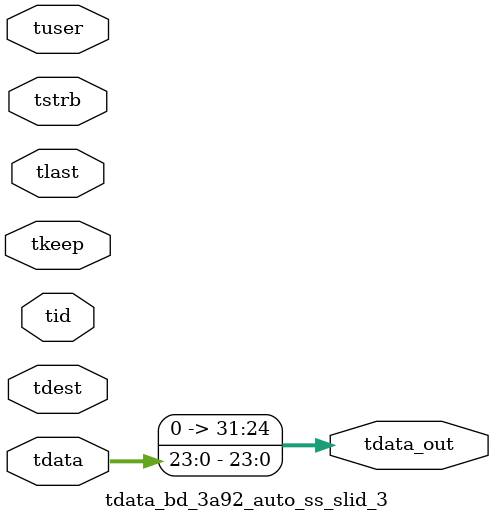
<source format=v>


`timescale 1ps/1ps

module tdata_bd_3a92_auto_ss_slid_3 #
(
parameter C_S_AXIS_TDATA_WIDTH = 32,
parameter C_S_AXIS_TUSER_WIDTH = 0,
parameter C_S_AXIS_TID_WIDTH   = 0,
parameter C_S_AXIS_TDEST_WIDTH = 0,
parameter C_M_AXIS_TDATA_WIDTH = 32
)
(
input  [(C_S_AXIS_TDATA_WIDTH == 0 ? 1 : C_S_AXIS_TDATA_WIDTH)-1:0     ] tdata,
input  [(C_S_AXIS_TUSER_WIDTH == 0 ? 1 : C_S_AXIS_TUSER_WIDTH)-1:0     ] tuser,
input  [(C_S_AXIS_TID_WIDTH   == 0 ? 1 : C_S_AXIS_TID_WIDTH)-1:0       ] tid,
input  [(C_S_AXIS_TDEST_WIDTH == 0 ? 1 : C_S_AXIS_TDEST_WIDTH)-1:0     ] tdest,
input  [(C_S_AXIS_TDATA_WIDTH/8)-1:0 ] tkeep,
input  [(C_S_AXIS_TDATA_WIDTH/8)-1:0 ] tstrb,
input                                                                    tlast,
output [C_M_AXIS_TDATA_WIDTH-1:0] tdata_out
);

assign tdata_out = {tdata[23:0]};

endmodule


</source>
